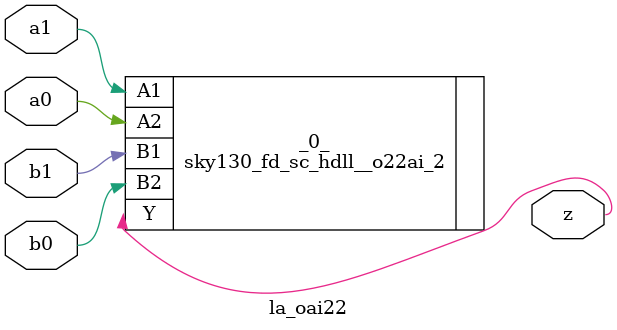
<source format=v>

/* Generated by Yosys 0.44 (git sha1 80ba43d26, g++ 11.4.0-1ubuntu1~22.04 -fPIC -O3) */

(* top =  1  *)
(* src = "generated" *)
(* keep_hierarchy *)
module la_oai22 (
    a0,
    a1,
    b0,
    b1,
    z
);
  (* src = "generated" *)
  input a0;
  wire a0;
  (* src = "generated" *)
  input a1;
  wire a1;
  (* src = "generated" *)
  input b0;
  wire b0;
  (* src = "generated" *)
  input b1;
  wire b1;
  (* src = "generated" *)
  output z;
  wire z;
  sky130_fd_sc_hdll__o22ai_2 _0_ (
      .A1(a1),
      .A2(a0),
      .B1(b1),
      .B2(b0),
      .Y (z)
  );
endmodule

</source>
